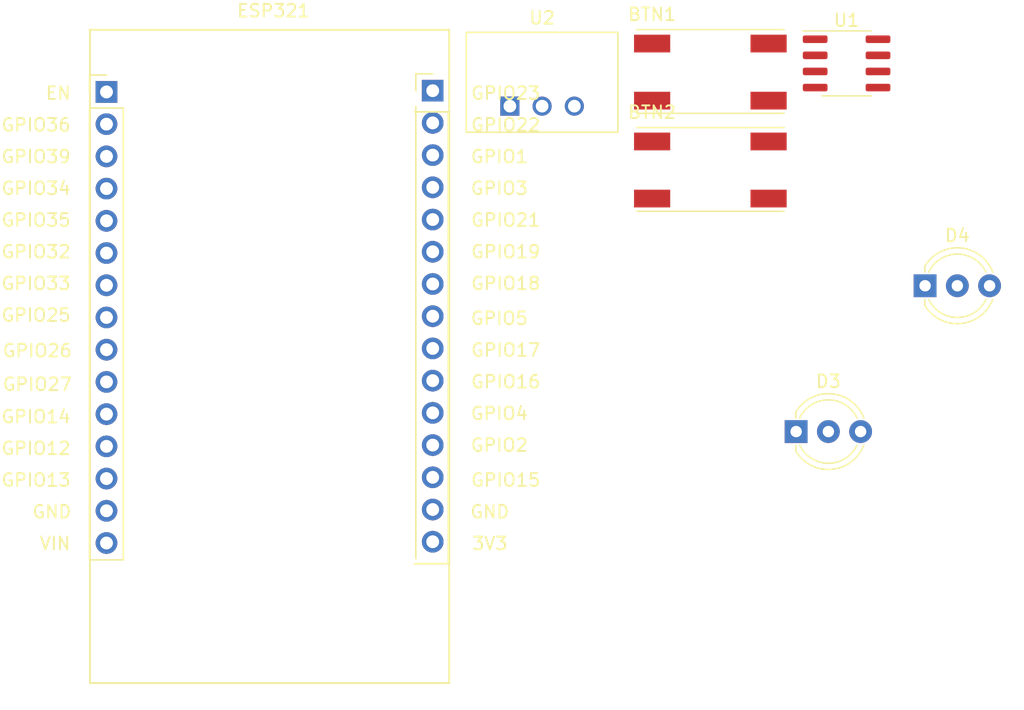
<source format=kicad_pcb>
(kicad_pcb (version 20171130) (host pcbnew "(5.1.4)-1")

  (general
    (thickness 1.6)
    (drawings 0)
    (tracks 0)
    (zones 0)
    (modules 7)
    (nets 48)
  )

  (page A4)
  (layers
    (0 F.Cu signal)
    (31 B.Cu signal)
    (32 B.Adhes user)
    (33 F.Adhes user)
    (34 B.Paste user)
    (35 F.Paste user)
    (36 B.SilkS user)
    (37 F.SilkS user)
    (38 B.Mask user)
    (39 F.Mask user)
    (40 Dwgs.User user)
    (41 Cmts.User user)
    (42 Eco1.User user)
    (43 Eco2.User user)
    (44 Edge.Cuts user)
    (45 Margin user)
    (46 B.CrtYd user)
    (47 F.CrtYd user)
    (48 B.Fab user)
    (49 F.Fab user)
  )

  (setup
    (last_trace_width 0.25)
    (trace_clearance 0.2)
    (zone_clearance 0.508)
    (zone_45_only no)
    (trace_min 0.2)
    (via_size 0.8)
    (via_drill 0.4)
    (via_min_size 0.4)
    (via_min_drill 0.3)
    (uvia_size 0.3)
    (uvia_drill 0.1)
    (uvias_allowed no)
    (uvia_min_size 0.2)
    (uvia_min_drill 0.1)
    (edge_width 0.05)
    (segment_width 0.2)
    (pcb_text_width 0.3)
    (pcb_text_size 1.5 1.5)
    (mod_edge_width 0.12)
    (mod_text_size 1 1)
    (mod_text_width 0.15)
    (pad_size 1.524 1.524)
    (pad_drill 0.762)
    (pad_to_mask_clearance 0.051)
    (solder_mask_min_width 0.25)
    (aux_axis_origin 0 0)
    (visible_elements FFFFFF7F)
    (pcbplotparams
      (layerselection 0x010fc_ffffffff)
      (usegerberextensions false)
      (usegerberattributes false)
      (usegerberadvancedattributes false)
      (creategerberjobfile false)
      (excludeedgelayer true)
      (linewidth 0.100000)
      (plotframeref false)
      (viasonmask false)
      (mode 1)
      (useauxorigin false)
      (hpglpennumber 1)
      (hpglpenspeed 20)
      (hpglpendiameter 15.000000)
      (psnegative false)
      (psa4output false)
      (plotreference true)
      (plotvalue true)
      (plotinvisibletext false)
      (padsonsilk false)
      (subtractmaskfromsilk false)
      (outputformat 1)
      (mirror false)
      (drillshape 1)
      (scaleselection 1)
      (outputdirectory ""))
  )

  (net 0 "")
  (net 1 "Net-(BTN1-Pad2)")
  (net 2 "Net-(BTN1-Pad1)")
  (net 3 "Net-(BTN2-Pad1)")
  (net 4 "Net-(BTN2-Pad2)")
  (net 5 "Net-(D3-Pad1)")
  (net 6 /ESP_GND)
  (net 7 "Net-(D3-Pad3)")
  (net 8 "Net-(D4-Pad3)")
  (net 9 "Net-(D4-Pad1)")
  (net 10 /ESP_3V3)
  (net 11 /CS)
  (net 12 /~R1)
  (net 13 "Net-(ESP321-Pad20)")
  (net 14 /BUSY)
  (net 15 /~G1)
  (net 16 "Net-(ESP321-Pad23)")
  (net 17 /~R2)
  (net 18 /~G2)
  (net 19 /RST)
  (net 20 "Net-(ESP321-Pad27)")
  (net 21 "Net-(ESP321-Pad28)")
  (net 22 /DC)
  (net 23 "Net-(ESP321-Pad30)")
  (net 24 "Net-(ESP321-Pad15)")
  (net 25 "Net-(ESP321-Pad14)")
  (net 26 /DIN)
  (net 27 "Net-(ESP321-Pad12)")
  (net 28 /CLK)
  (net 29 "Net-(ESP321-Pad10)")
  (net 30 "Net-(ESP321-Pad9)")
  (net 31 "Net-(ESP321-Pad8)")
  (net 32 "Net-(ESP321-Pad7)")
  (net 33 "Net-(ESP321-Pad6)")
  (net 34 /BUTTON2)
  (net 35 /BUTTON1)
  (net 36 "Net-(ESP321-Pad3)")
  (net 37 "Net-(ESP321-Pad2)")
  (net 38 "Net-(ESP321-Pad1)")
  (net 39 /CANTX)
  (net 40 /GLV_RTN)
  (net 41 /GLV_5V)
  (net 42 /CANRX)
  (net 43 "Net-(U1-Pad5)")
  (net 44 /CAN_L)
  (net 45 /CAN_H)
  (net 46 "Net-(R1-Pad1)")
  (net 47 /GLV_24V)

  (net_class Default "This is the default net class."
    (clearance 0.2)
    (trace_width 0.25)
    (via_dia 0.8)
    (via_drill 0.4)
    (uvia_dia 0.3)
    (uvia_drill 0.1)
    (add_net /BUSY)
    (add_net /BUTTON1)
    (add_net /BUTTON2)
    (add_net /CANRX)
    (add_net /CANTX)
    (add_net /CAN_H)
    (add_net /CAN_L)
    (add_net /CLK)
    (add_net /CS)
    (add_net /DC)
    (add_net /DIN)
    (add_net /ESP_3V3)
    (add_net /ESP_GND)
    (add_net /GLV_24V)
    (add_net /GLV_5V)
    (add_net /GLV_RTN)
    (add_net /RST)
    (add_net /~G1)
    (add_net /~G2)
    (add_net /~R1)
    (add_net /~R2)
    (add_net "Net-(BTN1-Pad1)")
    (add_net "Net-(BTN1-Pad2)")
    (add_net "Net-(BTN2-Pad1)")
    (add_net "Net-(BTN2-Pad2)")
    (add_net "Net-(D3-Pad1)")
    (add_net "Net-(D3-Pad3)")
    (add_net "Net-(D4-Pad1)")
    (add_net "Net-(D4-Pad3)")
    (add_net "Net-(ESP321-Pad1)")
    (add_net "Net-(ESP321-Pad10)")
    (add_net "Net-(ESP321-Pad12)")
    (add_net "Net-(ESP321-Pad14)")
    (add_net "Net-(ESP321-Pad15)")
    (add_net "Net-(ESP321-Pad2)")
    (add_net "Net-(ESP321-Pad20)")
    (add_net "Net-(ESP321-Pad23)")
    (add_net "Net-(ESP321-Pad27)")
    (add_net "Net-(ESP321-Pad28)")
    (add_net "Net-(ESP321-Pad3)")
    (add_net "Net-(ESP321-Pad30)")
    (add_net "Net-(ESP321-Pad6)")
    (add_net "Net-(ESP321-Pad7)")
    (add_net "Net-(ESP321-Pad8)")
    (add_net "Net-(ESP321-Pad9)")
    (add_net "Net-(R1-Pad1)")
    (add_net "Net-(U1-Pad5)")
  )

  (module Lafayette_Electric_Car_Footprints:PushButton (layer F.Cu) (tedit 5DD2EDD8) (tstamp 5E3A2E25)
    (at 186.295 85.910001)
    (path /5E48D04A)
    (fp_text reference BTN1 (at -4.6 -4.5) (layer F.SilkS)
      (effects (font (size 1 1) (thickness 0.15)))
    )
    (fp_text value PushButton (at 3.6 -4.5) (layer F.Fab)
      (effects (font (size 1 1) (thickness 0.15)))
    )
    (fp_line (start 5.8 3.3) (end -5.8 -3.3) (layer Dwgs.User) (width 0.12))
    (fp_line (start -5.8 3.3) (end 5.8 -3.3) (layer Dwgs.User) (width 0.12))
    (fp_line (start -5.8 3.3) (end 5.8 3.3) (layer F.SilkS) (width 0.12))
    (fp_line (start -5.8 -3.3) (end 5.8 -3.3) (layer F.SilkS) (width 0.12))
    (pad 2 smd rect (at 4.575 -2.2) (size 2.85 1.4) (layers F.Cu F.Paste F.Mask)
      (net 1 "Net-(BTN1-Pad2)"))
    (pad 2 smd rect (at 4.575 2.3) (size 2.85 1.4) (layers F.Cu F.Paste F.Mask)
      (net 1 "Net-(BTN1-Pad2)"))
    (pad 1 smd rect (at -4.6 2.3) (size 2.85 1.4) (layers F.Cu F.Paste F.Mask)
      (net 2 "Net-(BTN1-Pad1)"))
    (pad 1 smd rect (at -4.6 -2.2) (size 2.85 1.4) (layers F.Cu F.Paste F.Mask)
      (net 2 "Net-(BTN1-Pad1)"))
    (model ${KIPRJMOD}/3dModels/ButtonMount.step
      (offset (xyz 0 2.5 0))
      (scale (xyz 1 1 1))
      (rotate (xyz 0 0 0))
    )
    (model ${KIPRJMOD}/3dModels/ButtonCap.step
      (offset (xyz 0 0 4))
      (scale (xyz 1 1 1))
      (rotate (xyz 0 0 0))
    )
  )

  (module Lafayette_Electric_Car_Footprints:PushButton (layer F.Cu) (tedit 5DD2EDD8) (tstamp 5E3A2E31)
    (at 186.295 93.630001)
    (path /5E48FC6E)
    (fp_text reference BTN2 (at -4.6 -4.5) (layer F.SilkS)
      (effects (font (size 1 1) (thickness 0.15)))
    )
    (fp_text value PushButton (at 3.6 -4.5) (layer F.Fab)
      (effects (font (size 1 1) (thickness 0.15)))
    )
    (fp_line (start -5.8 -3.3) (end 5.8 -3.3) (layer F.SilkS) (width 0.12))
    (fp_line (start -5.8 3.3) (end 5.8 3.3) (layer F.SilkS) (width 0.12))
    (fp_line (start -5.8 3.3) (end 5.8 -3.3) (layer Dwgs.User) (width 0.12))
    (fp_line (start 5.8 3.3) (end -5.8 -3.3) (layer Dwgs.User) (width 0.12))
    (pad 1 smd rect (at -4.6 -2.2) (size 2.85 1.4) (layers F.Cu F.Paste F.Mask)
      (net 3 "Net-(BTN2-Pad1)"))
    (pad 1 smd rect (at -4.6 2.3) (size 2.85 1.4) (layers F.Cu F.Paste F.Mask)
      (net 3 "Net-(BTN2-Pad1)"))
    (pad 2 smd rect (at 4.575 2.3) (size 2.85 1.4) (layers F.Cu F.Paste F.Mask)
      (net 4 "Net-(BTN2-Pad2)"))
    (pad 2 smd rect (at 4.575 -2.2) (size 2.85 1.4) (layers F.Cu F.Paste F.Mask)
      (net 4 "Net-(BTN2-Pad2)"))
    (model ${KIPRJMOD}/3dModels/ButtonMount.step
      (offset (xyz 0 2.5 0))
      (scale (xyz 1 1 1))
      (rotate (xyz 0 0 0))
    )
    (model ${KIPRJMOD}/3dModels/ButtonCap.step
      (offset (xyz 0 0 4))
      (scale (xyz 1 1 1))
      (rotate (xyz 0 0 0))
    )
  )

  (module LED_THT:LED_D5.0mm-3 (layer F.Cu) (tedit 587A3A7B) (tstamp 5E3A2E45)
    (at 193.04 114.3)
    (descr "LED, diameter 5.0mm, 2 pins, diameter 5.0mm, 3 pins, http://www.kingbright.com/attachments/file/psearch/000/00/00/L-59EGC(Ver.17A).pdf")
    (tags "LED diameter 5.0mm 2 pins diameter 5.0mm 3 pins")
    (path /5E3A3924)
    (fp_text reference D3 (at 2.54 -3.96) (layer F.SilkS)
      (effects (font (size 1 1) (thickness 0.15)))
    )
    (fp_text value LED_Dual_ACA (at 2.54 3.96) (layer F.Fab)
      (effects (font (size 1 1) (thickness 0.15)))
    )
    (fp_arc (start 2.54 0) (end 0.04 -1.469694) (angle 299.1) (layer F.Fab) (width 0.1))
    (fp_arc (start 2.54 0) (end -0.02 -1.54483) (angle 127.7) (layer F.SilkS) (width 0.12))
    (fp_arc (start 2.54 0) (end -0.02 1.54483) (angle -127.7) (layer F.SilkS) (width 0.12))
    (fp_arc (start 2.54 0) (end 0.285316 -1.08) (angle 128.8) (layer F.SilkS) (width 0.12))
    (fp_arc (start 2.54 0) (end 0.285316 1.08) (angle -128.8) (layer F.SilkS) (width 0.12))
    (fp_circle (center 2.54 0) (end 5.04 0) (layer F.Fab) (width 0.1))
    (fp_line (start 0.04 -1.469694) (end 0.04 1.469694) (layer F.Fab) (width 0.1))
    (fp_line (start -0.02 -1.545) (end -0.02 -1.08) (layer F.SilkS) (width 0.12))
    (fp_line (start -0.02 1.08) (end -0.02 1.545) (layer F.SilkS) (width 0.12))
    (fp_line (start -1.15 -3.25) (end -1.15 3.25) (layer F.CrtYd) (width 0.05))
    (fp_line (start -1.15 3.25) (end 6.25 3.25) (layer F.CrtYd) (width 0.05))
    (fp_line (start 6.25 3.25) (end 6.25 -3.25) (layer F.CrtYd) (width 0.05))
    (fp_line (start 6.25 -3.25) (end -1.15 -3.25) (layer F.CrtYd) (width 0.05))
    (pad 1 thru_hole rect (at 0 0) (size 1.8 1.8) (drill 0.9) (layers *.Cu *.Mask)
      (net 5 "Net-(D3-Pad1)"))
    (pad 2 thru_hole circle (at 2.54 0) (size 1.8 1.8) (drill 0.9) (layers *.Cu *.Mask)
      (net 6 /ESP_GND))
    (pad 3 thru_hole circle (at 5.08 0) (size 1.8 1.8) (drill 0.9) (layers *.Cu *.Mask)
      (net 7 "Net-(D3-Pad3)"))
    (model ${KISYS3DMOD}/LED_THT.3dshapes/LED_D5.0mm-3.wrl
      (at (xyz 0 0 0))
      (scale (xyz 1 1 1))
      (rotate (xyz 0 0 0))
    )
  )

  (module LED_THT:LED_D5.0mm-3 (layer F.Cu) (tedit 587A3A7B) (tstamp 5E3A2E59)
    (at 203.2 102.805001)
    (descr "LED, diameter 5.0mm, 2 pins, diameter 5.0mm, 3 pins, http://www.kingbright.com/attachments/file/psearch/000/00/00/L-59EGC(Ver.17A).pdf")
    (tags "LED diameter 5.0mm 2 pins diameter 5.0mm 3 pins")
    (path /5E3A4DF7)
    (fp_text reference D4 (at 2.54 -3.96) (layer F.SilkS)
      (effects (font (size 1 1) (thickness 0.15)))
    )
    (fp_text value LED_Dual_ACA (at 2.54 3.96) (layer F.Fab)
      (effects (font (size 1 1) (thickness 0.15)))
    )
    (fp_line (start 6.25 -3.25) (end -1.15 -3.25) (layer F.CrtYd) (width 0.05))
    (fp_line (start 6.25 3.25) (end 6.25 -3.25) (layer F.CrtYd) (width 0.05))
    (fp_line (start -1.15 3.25) (end 6.25 3.25) (layer F.CrtYd) (width 0.05))
    (fp_line (start -1.15 -3.25) (end -1.15 3.25) (layer F.CrtYd) (width 0.05))
    (fp_line (start -0.02 1.08) (end -0.02 1.545) (layer F.SilkS) (width 0.12))
    (fp_line (start -0.02 -1.545) (end -0.02 -1.08) (layer F.SilkS) (width 0.12))
    (fp_line (start 0.04 -1.469694) (end 0.04 1.469694) (layer F.Fab) (width 0.1))
    (fp_circle (center 2.54 0) (end 5.04 0) (layer F.Fab) (width 0.1))
    (fp_arc (start 2.54 0) (end 0.285316 1.08) (angle -128.8) (layer F.SilkS) (width 0.12))
    (fp_arc (start 2.54 0) (end 0.285316 -1.08) (angle 128.8) (layer F.SilkS) (width 0.12))
    (fp_arc (start 2.54 0) (end -0.02 1.54483) (angle -127.7) (layer F.SilkS) (width 0.12))
    (fp_arc (start 2.54 0) (end -0.02 -1.54483) (angle 127.7) (layer F.SilkS) (width 0.12))
    (fp_arc (start 2.54 0) (end 0.04 -1.469694) (angle 299.1) (layer F.Fab) (width 0.1))
    (pad 3 thru_hole circle (at 5.08 0) (size 1.8 1.8) (drill 0.9) (layers *.Cu *.Mask)
      (net 8 "Net-(D4-Pad3)"))
    (pad 2 thru_hole circle (at 2.54 0) (size 1.8 1.8) (drill 0.9) (layers *.Cu *.Mask)
      (net 6 /ESP_GND))
    (pad 1 thru_hole rect (at 0 0) (size 1.8 1.8) (drill 0.9) (layers *.Cu *.Mask)
      (net 9 "Net-(D4-Pad1)"))
    (model ${KISYS3DMOD}/LED_THT.3dshapes/LED_D5.0mm-3.wrl
      (at (xyz 0 0 0))
      (scale (xyz 1 1 1))
      (rotate (xyz 0 0 0))
    )
  )

  (module ESP32_Shield:ESP32_Devkit_DOIT_V1 (layer F.Cu) (tedit 5A56526C) (tstamp 5E3A2EEC)
    (at 137.41 134.125001)
    (descr "Through hole straight pin header, 1x15, 2.54mm pitch, single row")
    (tags "Through hole pin header THT 1x15 2.54mm single row")
    (path /5E39D9F9)
    (fp_text reference ESP321 (at 14.45 -53) (layer F.SilkS)
      (effects (font (size 1 1) (thickness 0.15)))
    )
    (fp_text value ESP32_Devkit_DOIT_V1 (at 13.65 1.3) (layer F.Fab)
      (effects (font (size 1 1) (thickness 0.15)))
    )
    (fp_text user GPIO23 (at 32.75 -46.5) (layer F.SilkS)
      (effects (font (size 1 1) (thickness 0.15)))
    )
    (fp_text user GPIO22 (at 32.75 -44) (layer F.SilkS)
      (effects (font (size 1 1) (thickness 0.15)))
    )
    (fp_text user GPIO1 (at 32.25 -41.5) (layer F.SilkS)
      (effects (font (size 1 1) (thickness 0.15)))
    )
    (fp_text user GPIO3 (at 32.25 -39) (layer F.SilkS)
      (effects (font (size 1 1) (thickness 0.15)))
    )
    (fp_text user GPIO21 (at 32.75 -36.5) (layer F.SilkS)
      (effects (font (size 1 1) (thickness 0.15)))
    )
    (fp_text user GPIO19 (at 32.75 -34) (layer F.SilkS)
      (effects (font (size 1 1) (thickness 0.15)))
    )
    (fp_text user GPIO18 (at 32.75 -31.5) (layer F.SilkS)
      (effects (font (size 1 1) (thickness 0.15)))
    )
    (fp_text user GPIO5 (at 32.25 -28.75) (layer F.SilkS)
      (effects (font (size 1 1) (thickness 0.15)))
    )
    (fp_text user GPIO17 (at 32.75 -26.25) (layer F.SilkS)
      (effects (font (size 1 1) (thickness 0.15)))
    )
    (fp_text user GPIO16 (at 32.75 -23.75) (layer F.SilkS)
      (effects (font (size 1 1) (thickness 0.15)))
    )
    (fp_text user GPIO4 (at 32.25 -21.25) (layer F.SilkS)
      (effects (font (size 1 1) (thickness 0.15)))
    )
    (fp_text user GPIO2 (at 32.25 -18.75) (layer F.SilkS)
      (effects (font (size 1 1) (thickness 0.15)))
    )
    (fp_text user GPIO15 (at 32.75 -16) (layer F.SilkS)
      (effects (font (size 1 1) (thickness 0.15)))
    )
    (fp_text user 3V3 (at 31.5 -11) (layer F.SilkS)
      (effects (font (size 1 1) (thickness 0.15)))
    )
    (fp_text user VIN (at -2.75 -11) (layer F.SilkS)
      (effects (font (size 1 1) (thickness 0.15)))
    )
    (fp_text user GND (at 31.5 -13.5) (layer F.SilkS)
      (effects (font (size 1 1) (thickness 0.15)))
    )
    (fp_text user GND (at -3 -13.5) (layer F.SilkS)
      (effects (font (size 1 1) (thickness 0.15)))
    )
    (fp_text user GPIO13 (at -4.25 -16) (layer F.SilkS)
      (effects (font (size 1 1) (thickness 0.15)))
    )
    (fp_text user GPIO12 (at -4.25 -18.5) (layer F.SilkS)
      (effects (font (size 1 1) (thickness 0.15)))
    )
    (fp_text user GPIO14 (at -4.25 -21) (layer F.SilkS)
      (effects (font (size 1 1) (thickness 0.15)))
    )
    (fp_text user GPIO27 (at -4.15 -23.55) (layer F.SilkS)
      (effects (font (size 1 1) (thickness 0.15)))
    )
    (fp_text user GPIO26 (at -4.15 -26.2) (layer F.SilkS)
      (effects (font (size 1 1) (thickness 0.15)))
    )
    (fp_text user GPIO25 (at -4.25 -29) (layer F.SilkS)
      (effects (font (size 1 1) (thickness 0.15)))
    )
    (fp_text user GPIO33 (at -4.25 -31.5) (layer F.SilkS)
      (effects (font (size 1 1) (thickness 0.15)))
    )
    (fp_text user GPIO32 (at -4.25 -34) (layer F.SilkS)
      (effects (font (size 1 1) (thickness 0.15)))
    )
    (fp_text user GPIO35 (at -4.25 -36.5) (layer F.SilkS)
      (effects (font (size 1 1) (thickness 0.15)))
    )
    (fp_text user GPIO34 (at -4.25 -39) (layer F.SilkS)
      (effects (font (size 1 1) (thickness 0.15)))
    )
    (fp_text user GPIO39 (at -4.25 -41.5) (layer F.SilkS)
      (effects (font (size 1 1) (thickness 0.15)))
    )
    (fp_text user GPIO36 (at -4.25 -44) (layer F.SilkS)
      (effects (font (size 1 1) (thickness 0.15)))
    )
    (fp_text user EN (at -2.5 -46.5) (layer F.SilkS)
      (effects (font (size 1 1) (thickness 0.15)))
    )
    (fp_line (start 28.3 -51.5) (end -0.05 -51.5) (layer F.SilkS) (width 0.15))
    (fp_line (start 28.3 -42.9) (end 28.3 -51.45) (layer F.SilkS) (width 0.15))
    (fp_line (start 0 -51.4) (end 0 0) (layer F.SilkS) (width 0.15))
    (fp_line (start 0 0) (end 28.3 0) (layer F.SilkS) (width 0.15))
    (fp_line (start 28.3 0) (end 28.3 -43) (layer F.SilkS) (width 0.15))
    (fp_text user %R (at 27 -28.92 90) (layer F.Fab)
      (effects (font (size 1 1) (thickness 0.15)))
    )
    (fp_line (start 25.67 -48.03) (end 27 -48.03) (layer F.SilkS) (width 0.12))
    (fp_line (start 25.67 -46.7) (end 25.67 -48.03) (layer F.SilkS) (width 0.12))
    (fp_line (start 25.57 -45.03) (end 28.23 -45.03) (layer F.SilkS) (width 0.12))
    (fp_line (start 28.23 -45.03) (end 28.23 -9.41) (layer F.SilkS) (width 0.12))
    (fp_line (start 25.67 -45.43) (end 25.67 -9.81) (layer F.SilkS) (width 0.12))
    (fp_line (start 25.57 -9.41) (end 28.23 -9.41) (layer F.SilkS) (width 0.12))
    (fp_line (start 25.73 -47.335) (end 26.365 -47.97) (layer F.Fab) (width 0.1))
    (fp_line (start 25.73 -9.87) (end 25.73 -47.335) (layer F.Fab) (width 0.1))
    (fp_line (start 28.27 -9.47) (end 25.73 -9.47) (layer F.Fab) (width 0.1))
    (fp_line (start 28.27 -47.57) (end 28.27 -9.47) (layer F.Fab) (width 0.1))
    (fp_line (start 26.365 -47.57) (end 28.27 -47.57) (layer F.Fab) (width 0.1))
    (fp_line (start 26.365 -47.57) (end 28.27 -47.57) (layer F.Fab) (width 0.1))
    (fp_line (start 28.27 -47.57) (end 28.27 -9.47) (layer F.Fab) (width 0.1))
    (fp_line (start 28.27 -9.47) (end 25.73 -9.47) (layer F.Fab) (width 0.1))
    (fp_line (start 25.73 -9.87) (end 25.73 -47.335) (layer F.Fab) (width 0.1))
    (fp_line (start 25.73 -47.335) (end 26.365 -47.97) (layer F.Fab) (width 0.1))
    (fp_line (start 25.57 -9.41) (end 28.23 -9.41) (layer F.SilkS) (width 0.12))
    (fp_line (start 25.67 -45.43) (end 25.67 -9.81) (layer F.SilkS) (width 0.12))
    (fp_line (start 28.23 -45.03) (end 28.23 -9.41) (layer F.SilkS) (width 0.12))
    (fp_line (start 25.57 -45.03) (end 28.23 -45.03) (layer F.SilkS) (width 0.12))
    (fp_line (start 25.67 -46.7) (end 25.67 -48.03) (layer F.SilkS) (width 0.12))
    (fp_line (start 25.67 -48.03) (end 27 -48.03) (layer F.SilkS) (width 0.12))
    (fp_text user %R (at 27 -28.92 90) (layer F.Fab)
      (effects (font (size 1 1) (thickness 0.15)))
    )
    (fp_text user %R (at 1.3 -28.82 90) (layer F.Fab)
      (effects (font (size 1 1) (thickness 0.15)))
    )
    (fp_line (start -0.03 -47.93) (end 1.3 -47.93) (layer F.SilkS) (width 0.12))
    (fp_line (start -0.03 -46.6) (end -0.03 -47.93) (layer F.SilkS) (width 0.12))
    (fp_line (start -0.03 -45.33) (end 2.63 -45.33) (layer F.SilkS) (width 0.12))
    (fp_line (start 2.63 -45.33) (end 2.63 -9.71) (layer F.SilkS) (width 0.12))
    (fp_line (start -0.03 -45.33) (end -0.03 -9.71) (layer F.SilkS) (width 0.12))
    (fp_line (start -0.03 -9.71) (end 2.63 -9.71) (layer F.SilkS) (width 0.12))
    (fp_line (start 0.03 -47.235) (end 0.665 -47.87) (layer F.Fab) (width 0.1))
    (fp_line (start 0.03 -9.77) (end 0.03 -47.235) (layer F.Fab) (width 0.1))
    (fp_line (start 2.57 -9.77) (end 0.03 -9.77) (layer F.Fab) (width 0.1))
    (fp_line (start 2.57 -47.87) (end 2.57 -9.77) (layer F.Fab) (width 0.1))
    (fp_line (start 0.665 -47.87) (end 2.57 -47.87) (layer F.Fab) (width 0.1))
    (fp_line (start 0.665 -47.87) (end 2.57 -47.87) (layer F.Fab) (width 0.1))
    (fp_line (start 2.57 -47.87) (end 2.57 -9.77) (layer F.Fab) (width 0.1))
    (fp_line (start 2.57 -9.77) (end 0.03 -9.77) (layer F.Fab) (width 0.1))
    (fp_line (start 0.03 -9.77) (end 0.03 -47.235) (layer F.Fab) (width 0.1))
    (fp_line (start 0.03 -47.235) (end 0.665 -47.87) (layer F.Fab) (width 0.1))
    (fp_line (start -0.03 -9.71) (end 2.63 -9.71) (layer F.SilkS) (width 0.12))
    (fp_line (start -0.03 -45.33) (end -0.03 -9.71) (layer F.SilkS) (width 0.12))
    (fp_line (start 2.63 -45.33) (end 2.63 -9.71) (layer F.SilkS) (width 0.12))
    (fp_line (start -0.03 -45.33) (end 2.63 -45.33) (layer F.SilkS) (width 0.12))
    (fp_line (start -0.03 -46.6) (end -0.03 -47.93) (layer F.SilkS) (width 0.12))
    (fp_line (start -0.03 -47.93) (end 1.3 -47.93) (layer F.SilkS) (width 0.12))
    (fp_text user %R (at 1.3 -28.82 90) (layer F.Fab)
      (effects (font (size 1 1) (thickness 0.15)))
    )
    (pad 16 thru_hole oval (at 27 -11.14) (size 1.7 1.7) (drill 1) (layers *.Cu *.Mask)
      (net 10 /ESP_3V3))
    (pad 17 thru_hole oval (at 27 -13.68) (size 1.7 1.7) (drill 1) (layers *.Cu *.Mask)
      (net 6 /ESP_GND))
    (pad 18 thru_hole oval (at 27 -16.22) (size 1.7 1.7) (drill 1) (layers *.Cu *.Mask)
      (net 11 /CS))
    (pad 19 thru_hole oval (at 27 -18.76) (size 1.7 1.7) (drill 1) (layers *.Cu *.Mask)
      (net 12 /~R1))
    (pad 20 thru_hole oval (at 27 -21.3) (size 1.7 1.7) (drill 1) (layers *.Cu *.Mask)
      (net 13 "Net-(ESP321-Pad20)"))
    (pad 21 thru_hole oval (at 27 -23.84) (size 1.7 1.7) (drill 1) (layers *.Cu *.Mask)
      (net 14 /BUSY))
    (pad 22 thru_hole oval (at 27 -26.38) (size 1.7 1.7) (drill 1) (layers *.Cu *.Mask)
      (net 15 /~G1))
    (pad 23 thru_hole oval (at 27 -28.92) (size 1.7 1.7) (drill 1) (layers *.Cu *.Mask)
      (net 16 "Net-(ESP321-Pad23)"))
    (pad 24 thru_hole oval (at 27 -31.46) (size 1.7 1.7) (drill 1) (layers *.Cu *.Mask)
      (net 17 /~R2))
    (pad 25 thru_hole oval (at 27 -34) (size 1.7 1.7) (drill 1) (layers *.Cu *.Mask)
      (net 18 /~G2))
    (pad 26 thru_hole oval (at 27 -36.54) (size 1.7 1.7) (drill 1) (layers *.Cu *.Mask)
      (net 19 /RST))
    (pad 27 thru_hole oval (at 27 -39.08) (size 1.7 1.7) (drill 1) (layers *.Cu *.Mask)
      (net 20 "Net-(ESP321-Pad27)"))
    (pad 28 thru_hole oval (at 27 -41.62) (size 1.7 1.7) (drill 1) (layers *.Cu *.Mask)
      (net 21 "Net-(ESP321-Pad28)"))
    (pad 29 thru_hole oval (at 27 -44.16) (size 1.7 1.7) (drill 1) (layers *.Cu *.Mask)
      (net 22 /DC))
    (pad 30 thru_hole rect (at 27 -46.7) (size 1.7 1.7) (drill 1) (layers *.Cu *.Mask)
      (net 23 "Net-(ESP321-Pad30)"))
    (pad 30 thru_hole rect (at 27 -46.7) (size 1.7 1.7) (drill 1) (layers *.Cu *.Mask)
      (net 23 "Net-(ESP321-Pad30)"))
    (pad 29 thru_hole oval (at 27 -44.16) (size 1.7 1.7) (drill 1) (layers *.Cu *.Mask)
      (net 22 /DC))
    (pad 28 thru_hole oval (at 27 -41.62) (size 1.7 1.7) (drill 1) (layers *.Cu *.Mask)
      (net 21 "Net-(ESP321-Pad28)"))
    (pad 27 thru_hole oval (at 27 -39.08) (size 1.7 1.7) (drill 1) (layers *.Cu *.Mask)
      (net 20 "Net-(ESP321-Pad27)"))
    (pad 26 thru_hole oval (at 27 -36.54) (size 1.7 1.7) (drill 1) (layers *.Cu *.Mask)
      (net 19 /RST))
    (pad 25 thru_hole oval (at 27 -34) (size 1.7 1.7) (drill 1) (layers *.Cu *.Mask)
      (net 18 /~G2))
    (pad 24 thru_hole oval (at 27 -31.46) (size 1.7 1.7) (drill 1) (layers *.Cu *.Mask)
      (net 17 /~R2))
    (pad 23 thru_hole oval (at 27 -28.92) (size 1.7 1.7) (drill 1) (layers *.Cu *.Mask)
      (net 16 "Net-(ESP321-Pad23)"))
    (pad 22 thru_hole oval (at 27 -26.38) (size 1.7 1.7) (drill 1) (layers *.Cu *.Mask)
      (net 15 /~G1))
    (pad 21 thru_hole oval (at 27 -23.84) (size 1.7 1.7) (drill 1) (layers *.Cu *.Mask)
      (net 14 /BUSY))
    (pad 20 thru_hole oval (at 27 -21.3) (size 1.7 1.7) (drill 1) (layers *.Cu *.Mask)
      (net 13 "Net-(ESP321-Pad20)"))
    (pad 19 thru_hole oval (at 27 -18.76) (size 1.7 1.7) (drill 1) (layers *.Cu *.Mask)
      (net 12 /~R1))
    (pad 18 thru_hole oval (at 27 -16.22) (size 1.7 1.7) (drill 1) (layers *.Cu *.Mask)
      (net 11 /CS))
    (pad 17 thru_hole oval (at 27 -13.68) (size 1.7 1.7) (drill 1) (layers *.Cu *.Mask)
      (net 6 /ESP_GND))
    (pad 16 thru_hole oval (at 27 -11.14) (size 1.7 1.7) (drill 1) (layers *.Cu *.Mask)
      (net 10 /ESP_3V3))
    (pad 15 thru_hole oval (at 1.3 -11.04) (size 1.7 1.7) (drill 1) (layers *.Cu *.Mask)
      (net 24 "Net-(ESP321-Pad15)"))
    (pad 14 thru_hole oval (at 1.3 -13.58) (size 1.7 1.7) (drill 1) (layers *.Cu *.Mask)
      (net 25 "Net-(ESP321-Pad14)"))
    (pad 13 thru_hole oval (at 1.3 -16.12) (size 1.7 1.7) (drill 1) (layers *.Cu *.Mask)
      (net 26 /DIN))
    (pad 12 thru_hole oval (at 1.3 -18.66) (size 1.7 1.7) (drill 1) (layers *.Cu *.Mask)
      (net 27 "Net-(ESP321-Pad12)"))
    (pad 11 thru_hole oval (at 1.3 -21.2) (size 1.7 1.7) (drill 1) (layers *.Cu *.Mask)
      (net 28 /CLK))
    (pad 10 thru_hole oval (at 1.3 -23.74) (size 1.7 1.7) (drill 1) (layers *.Cu *.Mask)
      (net 29 "Net-(ESP321-Pad10)"))
    (pad 9 thru_hole oval (at 1.3 -26.28) (size 1.7 1.7) (drill 1) (layers *.Cu *.Mask)
      (net 30 "Net-(ESP321-Pad9)"))
    (pad 8 thru_hole oval (at 1.3 -28.82) (size 1.7 1.7) (drill 1) (layers *.Cu *.Mask)
      (net 31 "Net-(ESP321-Pad8)"))
    (pad 7 thru_hole oval (at 1.3 -31.36) (size 1.7 1.7) (drill 1) (layers *.Cu *.Mask)
      (net 32 "Net-(ESP321-Pad7)"))
    (pad 6 thru_hole oval (at 1.3 -33.9) (size 1.7 1.7) (drill 1) (layers *.Cu *.Mask)
      (net 33 "Net-(ESP321-Pad6)"))
    (pad 5 thru_hole oval (at 1.3 -36.44) (size 1.7 1.7) (drill 1) (layers *.Cu *.Mask)
      (net 34 /BUTTON2))
    (pad 4 thru_hole oval (at 1.3 -38.98) (size 1.7 1.7) (drill 1) (layers *.Cu *.Mask)
      (net 35 /BUTTON1))
    (pad 3 thru_hole oval (at 1.3 -41.52) (size 1.7 1.7) (drill 1) (layers *.Cu *.Mask)
      (net 36 "Net-(ESP321-Pad3)"))
    (pad 2 thru_hole oval (at 1.3 -44.06) (size 1.7 1.7) (drill 1) (layers *.Cu *.Mask)
      (net 37 "Net-(ESP321-Pad2)"))
    (pad 1 thru_hole rect (at 1.3 -46.6) (size 1.7 1.7) (drill 1) (layers *.Cu *.Mask)
      (net 38 "Net-(ESP321-Pad1)"))
    (pad 1 thru_hole rect (at 1.3 -46.6) (size 1.7 1.7) (drill 1) (layers *.Cu *.Mask)
      (net 38 "Net-(ESP321-Pad1)"))
    (pad 2 thru_hole oval (at 1.3 -44.06) (size 1.7 1.7) (drill 1) (layers *.Cu *.Mask)
      (net 37 "Net-(ESP321-Pad2)"))
    (pad 3 thru_hole oval (at 1.3 -41.52) (size 1.7 1.7) (drill 1) (layers *.Cu *.Mask)
      (net 36 "Net-(ESP321-Pad3)"))
    (pad 4 thru_hole oval (at 1.3 -38.98) (size 1.7 1.7) (drill 1) (layers *.Cu *.Mask)
      (net 35 /BUTTON1))
    (pad 5 thru_hole oval (at 1.3 -36.44) (size 1.7 1.7) (drill 1) (layers *.Cu *.Mask)
      (net 34 /BUTTON2))
    (pad 6 thru_hole oval (at 1.3 -33.9) (size 1.7 1.7) (drill 1) (layers *.Cu *.Mask)
      (net 33 "Net-(ESP321-Pad6)"))
    (pad 7 thru_hole oval (at 1.3 -31.36) (size 1.7 1.7) (drill 1) (layers *.Cu *.Mask)
      (net 32 "Net-(ESP321-Pad7)"))
    (pad 8 thru_hole oval (at 1.3 -28.82) (size 1.7 1.7) (drill 1) (layers *.Cu *.Mask)
      (net 31 "Net-(ESP321-Pad8)"))
    (pad 9 thru_hole oval (at 1.3 -26.28) (size 1.7 1.7) (drill 1) (layers *.Cu *.Mask)
      (net 30 "Net-(ESP321-Pad9)"))
    (pad 10 thru_hole oval (at 1.3 -23.74) (size 1.7 1.7) (drill 1) (layers *.Cu *.Mask)
      (net 29 "Net-(ESP321-Pad10)"))
    (pad 11 thru_hole oval (at 1.3 -21.2) (size 1.7 1.7) (drill 1) (layers *.Cu *.Mask)
      (net 28 /CLK))
    (pad 12 thru_hole oval (at 1.3 -18.66) (size 1.7 1.7) (drill 1) (layers *.Cu *.Mask)
      (net 27 "Net-(ESP321-Pad12)"))
    (pad 13 thru_hole oval (at 1.3 -16.12) (size 1.7 1.7) (drill 1) (layers *.Cu *.Mask)
      (net 26 /DIN))
    (pad 14 thru_hole oval (at 1.3 -13.58) (size 1.7 1.7) (drill 1) (layers *.Cu *.Mask)
      (net 25 "Net-(ESP321-Pad14)"))
    (pad 15 thru_hole oval (at 1.3 -11.04) (size 1.7 1.7) (drill 1) (layers *.Cu *.Mask)
      (net 24 "Net-(ESP321-Pad15)"))
    (model ${KISYS3DMOD}/Pin_Headers.3dshapes/Pin_Header_Straight_1x15_Pitch2.54mm.wrl
      (at (xyz 0 0 0))
      (scale (xyz 1 1 1))
      (rotate (xyz 0 0 0))
    )
  )

  (module Package_SO:SOIC-8_3.9x4.9mm_P1.27mm (layer F.Cu) (tedit 5C97300E) (tstamp 5E3A2F06)
    (at 197.015001 85.275001)
    (descr "SOIC, 8 Pin (JEDEC MS-012AA, https://www.analog.com/media/en/package-pcb-resources/package/pkg_pdf/soic_narrow-r/r_8.pdf), generated with kicad-footprint-generator ipc_gullwing_generator.py")
    (tags "SOIC SO")
    (path /5DD84DD1)
    (attr smd)
    (fp_text reference U1 (at 0 -3.4) (layer F.SilkS)
      (effects (font (size 1 1) (thickness 0.15)))
    )
    (fp_text value MCP2551-I-SN (at 0 3.4) (layer F.Fab)
      (effects (font (size 1 1) (thickness 0.15)))
    )
    (fp_line (start 0 2.56) (end 1.95 2.56) (layer F.SilkS) (width 0.12))
    (fp_line (start 0 2.56) (end -1.95 2.56) (layer F.SilkS) (width 0.12))
    (fp_line (start 0 -2.56) (end 1.95 -2.56) (layer F.SilkS) (width 0.12))
    (fp_line (start 0 -2.56) (end -3.45 -2.56) (layer F.SilkS) (width 0.12))
    (fp_line (start -0.975 -2.45) (end 1.95 -2.45) (layer F.Fab) (width 0.1))
    (fp_line (start 1.95 -2.45) (end 1.95 2.45) (layer F.Fab) (width 0.1))
    (fp_line (start 1.95 2.45) (end -1.95 2.45) (layer F.Fab) (width 0.1))
    (fp_line (start -1.95 2.45) (end -1.95 -1.475) (layer F.Fab) (width 0.1))
    (fp_line (start -1.95 -1.475) (end -0.975 -2.45) (layer F.Fab) (width 0.1))
    (fp_line (start -3.7 -2.7) (end -3.7 2.7) (layer F.CrtYd) (width 0.05))
    (fp_line (start -3.7 2.7) (end 3.7 2.7) (layer F.CrtYd) (width 0.05))
    (fp_line (start 3.7 2.7) (end 3.7 -2.7) (layer F.CrtYd) (width 0.05))
    (fp_line (start 3.7 -2.7) (end -3.7 -2.7) (layer F.CrtYd) (width 0.05))
    (fp_text user %R (at 0 0) (layer F.Fab)
      (effects (font (size 0.98 0.98) (thickness 0.15)))
    )
    (pad 1 smd roundrect (at -2.475 -1.905) (size 1.95 0.6) (layers F.Cu F.Paste F.Mask) (roundrect_rratio 0.25)
      (net 39 /CANTX))
    (pad 2 smd roundrect (at -2.475 -0.635) (size 1.95 0.6) (layers F.Cu F.Paste F.Mask) (roundrect_rratio 0.25)
      (net 40 /GLV_RTN))
    (pad 3 smd roundrect (at -2.475 0.635) (size 1.95 0.6) (layers F.Cu F.Paste F.Mask) (roundrect_rratio 0.25)
      (net 41 /GLV_5V))
    (pad 4 smd roundrect (at -2.475 1.905) (size 1.95 0.6) (layers F.Cu F.Paste F.Mask) (roundrect_rratio 0.25)
      (net 42 /CANRX))
    (pad 5 smd roundrect (at 2.475 1.905) (size 1.95 0.6) (layers F.Cu F.Paste F.Mask) (roundrect_rratio 0.25)
      (net 43 "Net-(U1-Pad5)"))
    (pad 6 smd roundrect (at 2.475 0.635) (size 1.95 0.6) (layers F.Cu F.Paste F.Mask) (roundrect_rratio 0.25)
      (net 44 /CAN_L))
    (pad 7 smd roundrect (at 2.475 -0.635) (size 1.95 0.6) (layers F.Cu F.Paste F.Mask) (roundrect_rratio 0.25)
      (net 45 /CAN_H))
    (pad 8 smd roundrect (at 2.475 -1.905) (size 1.95 0.6) (layers F.Cu F.Paste F.Mask) (roundrect_rratio 0.25)
      (net 46 "Net-(R1-Pad1)"))
    (model ${KISYS3DMOD}/Package_SO.3dshapes/SOIC-8_3.9x4.9mm_P1.27mm.wrl
      (at (xyz 0 0 0))
      (scale (xyz 1 1 1))
      (rotate (xyz 0 0 0))
    )
  )

  (module Lafayette_Electric_Car_Footprints:VX7805-500 (layer F.Cu) (tedit 5DCDEE17) (tstamp 5E3A2F16)
    (at 173.028001 87.020001)
    (path /5DD5D737)
    (fp_text reference U2 (at 0 -5.334) (layer F.SilkS)
      (effects (font (size 1 1) (thickness 0.15)))
    )
    (fp_text value V7805-500 (at 0 4.826) (layer F.Fab)
      (effects (font (size 1 1) (thickness 0.15)))
    )
    (fp_line (start -6.223 -4.445) (end 6.223 -4.445) (layer Eco1.User) (width 0.05))
    (fp_line (start 6.223 -4.445) (end 6.223 3.937) (layer Eco1.User) (width 0.05))
    (fp_line (start 6.223 3.937) (end -6.223 3.937) (layer Eco1.User) (width 0.05))
    (fp_line (start -6.223 3.937) (end -6.223 -4.445) (layer Eco1.User) (width 0.05))
    (fp_line (start -5.969 -4.191) (end 5.969 -4.191) (layer F.SilkS) (width 0.127))
    (fp_line (start 5.969 -4.191) (end 5.969 3.683) (layer F.SilkS) (width 0.127))
    (fp_line (start 5.969 3.683) (end -5.969 3.683) (layer F.SilkS) (width 0.127))
    (fp_line (start -5.969 3.683) (end -5.969 -4.191) (layer F.SilkS) (width 0.127))
    (fp_circle (center -2.543 1.645) (end -2.443 1.645) (layer Eco2.User) (width 0.35))
    (pad 1 thru_hole rect (at -2.54 1.625) (size 1.508 1.508) (drill 1) (layers *.Cu *.Mask)
      (net 47 /GLV_24V))
    (pad 2 thru_hole circle (at 0 1.625) (size 1.508 1.508) (drill 1) (layers *.Cu *.Mask)
      (net 40 /GLV_RTN))
    (pad 3 thru_hole circle (at 2.54 1.625) (size 1.508 1.508) (drill 1) (layers *.Cu *.Mask)
      (net 41 /GLV_5V))
    (model ${KIPRJMOD}/3DModels/CUI_V7805-500.step
      (offset (xyz 0 0.35 0))
      (scale (xyz 1 1 1))
      (rotate (xyz -90 0 0))
    )
  )

)

</source>
